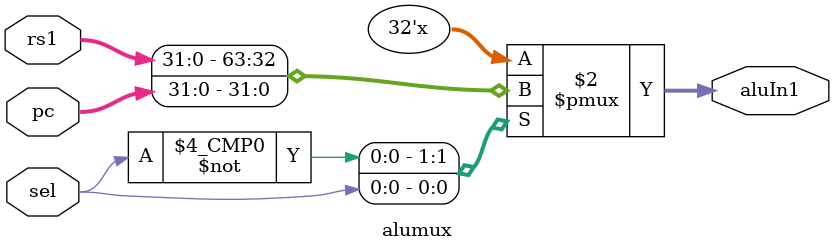
<source format=v>
module alumux(
    input wire sel,
    input wire[31:0] rs1,
    input wire[31:0] pc,
    output reg[31:0] aluIn1
);

always @(*) begin
    case(sel)
    1'b0: aluIn1 = rs1;
    1'b1: aluIn1 = pc;
    endcase

end

endmodule



</source>
